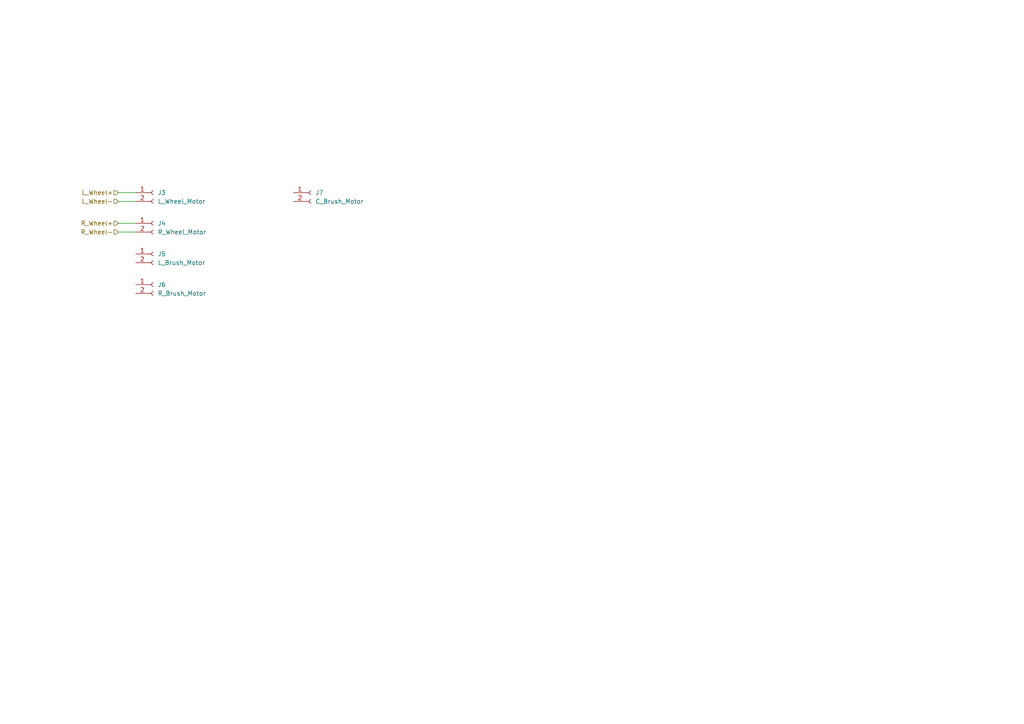
<source format=kicad_sch>
(kicad_sch (version 20231120) (generator "eeschema") (generator_version "8.0")
  (paper "A4")
  (lib_symbols
    (symbol "Connector:Conn_01x02_Socket" (pin_names (offset 1.016) hide)
      (property "Reference" "J" (at 0 2.54 0))
      (property "Value" "Conn_01x02_Socket" (at 0 -5.08 0))
      (symbol "Conn_01x02_Socket_1_1"
        (arc (start 0 -2.032) (mid -0.5058 -2.54) (end 0 -3.048) (stroke (width 0.1524)))
        (polyline (pts (xy -1.27 -2.54) (xy -0.508 -2.54)) (stroke (width 0.1524)))
        (polyline (pts (xy -1.27 0) (xy -0.508 0)) (stroke (width 0.1524)))
        (arc (start 0 0.508) (mid -0.5058 0) (end 0 -0.508) (stroke (width 0.1524)))
        (pin passive line (at -5.08 0 0) (length 3.81) (name "Pin_1") (number "1"))
        (pin passive line (at -5.08 -2.54 0) (length 3.81) (name "Pin_2") (number "2"))
      )
    )
  )
  (wire (pts (xy 34.29 64.77) (xy 39.37 64.77)))
  (wire (pts (xy 34.29 58.42) (xy 39.37 58.42)))
  (wire (pts (xy 34.29 55.88) (xy 39.37 55.88)))
  (wire (pts (xy 34.29 67.31) (xy 39.37 67.31)))
  (hierarchical_label "L_Wheel+" (shape input) (at 34.29 55.88 180))
  (hierarchical_label "R_Wheel+" (shape input) (at 34.29 64.77 180))
  (hierarchical_label "R_Wheel-" (shape input) (at 34.29 67.31 180))
  (hierarchical_label "L_Wheel-" (shape input) (at 34.29 58.42 180))
  (symbol (lib_id "Connector:Conn_01x02_Socket") (at 44.45 55.88 0) (unit 1)
    (property "Reference" "J3" (at 45.72 55.8799 0) (effects (justify left)))
    (property "Value" "L_Wheel_Motor" (at 45.72 58.4199 0) (effects (justify left)))
    (property "Description" "Generic connector, single row, 01x02, script generated" (effects (hide yes)))
  )
  (symbol (lib_id "Connector:Conn_01x02_Socket") (at 44.45 64.77 0) (unit 1)
    (property "Reference" "J4" (at 45.72 64.7699 0) (effects (justify left)))
    (property "Value" "R_Wheel_Motor" (at 45.72 67.3099 0) (effects (justify left)))
    (property "Description" "Generic connector, single row, 01x02, script generated" (effects (hide yes)))
  )
  (symbol (lib_id "Connector:Conn_01x02_Socket") (at 90.17 55.88 0) (unit 1)
    (property "Reference" "J7" (at 91.44 55.8799 0) (effects (justify left)))
    (property "Value" "C_Brush_Motor" (at 91.44 58.4199 0) (effects (justify left)))
    (property "Description" "Generic connector, single row, 01x02, script generated" (effects (hide yes)))
  )
  (symbol (lib_id "Connector:Conn_01x02_Socket") (at 44.45 82.55 0) (unit 1)
    (property "Reference" "J6" (at 45.72 82.5499 0) (effects (justify left)))
    (property "Value" "R_Brush_Motor" (at 45.72 85.0899 0) (effects (justify left)))
    (property "Description" "Generic connector, single row, 01x02, script generated" (effects (hide yes)))
  )
  (symbol (lib_id "Connector:Conn_01x02_Socket") (at 44.45 73.66 0) (unit 1)
    (property "Reference" "J5" (at 45.72 73.6599 0) (effects (justify left)))
    (property "Value" "L_Brush_Motor" (at 45.72 76.1999 0) (effects (justify left)))
    (property "Description" "Generic connector, single row, 01x02, script generated" (effects (hide yes)))
  )
)
</source>
